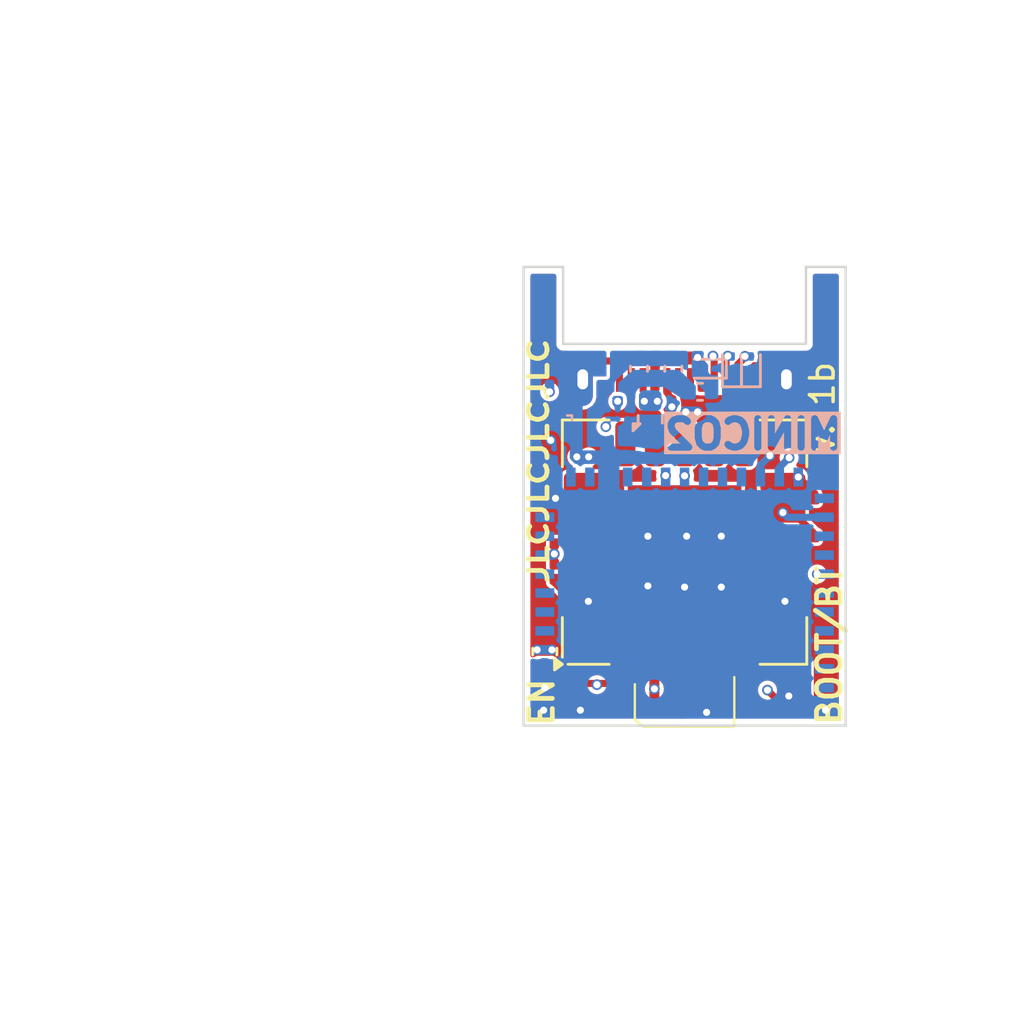
<source format=kicad_pcb>
(kicad_pcb (version 20240108) (generator "pcbnew") (generator_version "8.0")
  (layers (0 "F.Cu" signal) (1 "In1.Cu" signal) (2 "In2.Cu" signal) (31 "B.Cu" signal) (34 "B.Paste" user) (35 "F.Paste" user) (36 "B.SilkS" user "B.Silkscreen") (37 "F.SilkS" user "F.Silkscreen") (38 "B.Mask" user) (39 "F.Mask" user) (44 "Edge.Cuts" user))
  (net 0 "")
  (net 1 "GND")
  (net 2 "DIN")
  (net 3 "+3.3V")
  (net 4 "XOSC32K")
  (net 5 "D-")
  (net 6 "D+")
  (net 7 "SCL")
  (net 8 "SDA")
  (net 9 "VBUS")
  (net 10 "Net-(P1-CC)")
  (net 32 "EN")
  (net 33 "Net-(U2-SW)")
  (net 34 "Net-(U2-VIN)")
  (net 35 "BOOT_MODE")
  (footprint "miniCO2:Sensirion_SCD4x-1EP_10.1x10.1mm_P1.25mm_EP4.8x4.8mm" (layer "F.Cu") (at 141.4219 90.581262 90)
    (property "Reference" "U3" (hide yes))
    (property "Value" "SCD40-D-R2")
    (fp_line (start 5.16 -5.16) (end 5.16 -3.185) (stroke (width 0.12)) (layer "F.SilkS"))
    (fp_line (start 3.185 -5.16) (end 5.16 -5.16) (stroke (width 0.12)) (layer "F.SilkS"))
    (fp_line (start -3.185 -5.16) (end -4.86 -5.16) (stroke (width 0.12)) (layer "F.SilkS"))
    (fp_line (start -5.16 -3.185) (end -5.16 -4.92) (stroke (width 0.12)) (layer "F.SilkS"))
    (fp_line (start 5.16 5.16) (end 5.16 3.185) (stroke (width 0.12)) (layer "F.SilkS"))
    (fp_line (start 3.185 5.16) (end 5.16 5.16) (stroke (width 0.12)) (layer "F.SilkS"))
    (fp_line (start -3.185 5.16) (end -5.16 5.16) (stroke (width 0.12)) (layer "F.SilkS"))
    (fp_line (start -5.16 5.16) (end -5.16 3.185) (stroke (width 0.12)) (layer "F.SilkS"))
    (fp_poly (pts (xy -5.16 -5.16) (xy -5.4 -5.49) (xy -4.92 -5.49) (xy -5.16 -5.16)) (stroke (width 0.12)) (fill solid) (layer "F.SilkS"))
    (pad "1" smd roundrect (at -4.15 -2.5 90) (size 1.9 0.85) (layers "F.Cu" "F.Paste" "F.Mask"))
    (pad "2" smd roundrect (at -4.15 -1.25 90) (size 1.9 0.85) (layers "F.Cu" "F.Paste" "F.Mask"))
    (pad "3" smd roundrect (at -4.15 0 90) (size 1.9 0.85) (layers "F.Cu" "F.Paste" "F.Mask"))
    (pad "4" smd roundrect (at -4.15 1.25 90) (size 1.9 0.85) (layers "F.Cu" "F.Paste" "F.Mask"))
    (pad "5" smd roundrect (at -4.15 2.5 90) (size 1.9 0.85) (layers "F.Cu" "F.Paste" "F.Mask"))
    (pad "6" smd roundrect (at -2.5 4.15 90) (size 0.85 1.9) (layers "F.Cu" "F.Paste" "F.Mask") (net 1 "GND"))
    (pad "7" smd roundrect (at -1.25 4.15 90) (size 0.85 1.9) (layers "F.Cu" "F.Paste" "F.Mask") (net 3 "+3.3V"))
    (pad "8" smd roundrect (at 0 4.15 90) (size 0.85 1.9) (layers "F.Cu" "F.Paste" "F.Mask"))
    (pad "9" smd roundrect (at 1.25 4.15 90) (size 0.85 1.9) (layers "F.Cu" "F.Paste" "F.Mask") (net 7 "SCL"))
    (pad "10" smd roundrect (at 2.5 4.15 90) (size 0.85 1.9) (layers "F.Cu" "F.Paste" "F.Mask") (net 8 "SDA"))
    (pad "11" smd roundrect (at 4.15 2.5 90) (size 1.9 0.85) (layers "F.Cu" "F.Paste" "F.Mask"))
    (pad "12" smd roundrect (at 4.15 1.25 90) (size 1.9 0.85) (layers "F.Cu" "F.Paste" "F.Mask"))
    (pad "13" smd roundrect (at 4.15 0 90) (size 1.9 0.85) (layers "F.Cu" "F.Paste" "F.Mask"))
    (pad "14" smd roundrect (at 4.15 -1.25 90) (size 1.9 0.85) (layers "F.Cu" "F.Paste" "F.Mask"))
    (pad "15" smd roundrect (at 4.15 -2.5 90) (size 1.9 0.85) (layers "F.Cu" "F.Paste" "F.Mask"))
    (pad "16" smd roundrect (at 2.5 -4.15 90) (size 0.85 1.9) (layers "F.Cu" "F.Paste" "F.Mask"))
    (pad "17" smd roundrect (at 1.25 -4.15 90) (size 0.85 1.9) (layers "F.Cu" "F.Paste" "F.Mask"))
    (pad "18" smd roundrect (at 0 -4.15 90) (size 0.85 1.9) (layers "F.Cu" "F.Paste" "F.Mask"))
    (pad "19" smd roundrect (at -1.25 -4.15 90) (size 0.85 1.9) (layers "F.Cu" "F.Paste" "F.Mask") (net 3 "+3.3V"))
    (pad "20" smd roundrect (at -2.5 -4.15 90) (size 0.85 1.9) (layers "F.Cu" "F.Paste" "F.Mask") (net 1 "GND"))
    (pad "21" smd rect (at 0 0 90) (size 4.8 4.8) (property pad_prop_heatsink) (layers "F.Cu" "F.Mask") (net 1 "GND"))
  )
  (footprint "Resistor_SMD:R_0201_0603Metric" (layer "F.Cu") (at 146.9219 90.681262 -90)
    (property "Reference" "R7" (hide yes))
    (property "Value" "5.1k" (hide yes))
    (pad "1" smd roundrect (at -0.32 0 270) (size 0.46 0.4) (layers "F.Cu" "F.Mask") (net 7 "SCL"))
    (pad "2" smd roundrect (at 0.32 0 270) (size 0.46 0.4) (layers "F.Cu" "F.Mask") (net 3 "+3.3V"))
  )
  (footprint "Resistor_SMD:R_0201_0603Metric" (layer "F.Cu") (at 135.9219 90.331262 90)
    (property "Reference" "R1" (hide yes))
    (property "Value" "5.1k")
    (pad "1" smd roundrect (at -0.32 0 90) (size 0.46 0.4) (layers "F.Cu" "F.Mask") (net 32 "EN"))
    (pad "2" smd roundrect (at 0.32 0 90) (size 0.46 0.4) (layers "F.Cu" "F.Mask") (net 3 "+3.3V"))
  )
  (footprint "Capacitor_SMD:C_0201_0603Metric" (layer "F.Cu") (at 141.8719 96.041262)
    (property "Reference" "C7" (hide yes))
    (property "Value" "100nF")
    (pad "1" smd roundrect (at -0.32 0) (size 0.46 0.4) (layers "F.Cu" "F.Mask") (net 3 "+3.3V"))
    (pad "2" smd roundrect (at 0.32 0) (size 0.46 0.4) (layers "F.Cu" "F.Mask") (net 1 "GND"))
  )
  (footprint "Capacitor_SMD:C_0201_0603Metric" (layer "F.Cu") (at 135.9219 91.831262 90)
    (property "Reference" "C2" (hide yes))
    (property "Value" "2.2uF")
    (pad "1" smd roundrect (at -0.32 0 90) (size 0.46 0.4) (layers "F.Cu" "F.Mask") (net 1 "GND"))
    (pad "2" smd roundrect (at 0.32 0 90) (size 0.46 0.4) (layers "F.Cu" "F.Mask") (net 32 "EN"))
  )
  (footprint "miniCO2:LS75C2D-T" (layer "F.Cu") (at 145.1219 97.131262)
    (property "Reference" "SW2" (hide yes))
    (property "Value" "SW_Push")
    (pad "1" smd rect (at -1.31 -0.58) (size 0.48 0.57) (layers "F.Cu" "F.Paste" "F.Mask") (net 1 "GND"))
    (pad "1" smd rect (at 1.31 -0.58) (size 0.48 0.57) (layers "F.Cu" "F.Paste" "F.Mask") (net 1 "GND"))
    (pad "2" smd rect (at -1.31 0.58) (size 0.48 0.57) (layers "F.Cu" "F.Paste" "F.Mask") (net 35 "BOOT_MODE"))
    (pad "2" smd rect (at 1.31 0.58) (size 0.48 0.57) (layers "F.Cu" "F.Paste" "F.Mask") (net 35 "BOOT_MODE"))
  )
  (footprint "Resistor_SMD:R_0201_0603Metric" (layer "F.Cu") (at 146.9219 89.081262 -90)
    (property "Reference" "R6" (hide yes))
    (property "Value" "5.1k" (hide yes))
    (pad "1" smd roundrect (at -0.32 0 270) (size 0.46 0.4) (layers "F.Cu" "F.Mask") (net 8 "SDA"))
    (pad "2" smd roundrect (at 0.32 0 270) (size 0.46 0.4) (layers "F.Cu" "F.Mask") (net 3 "+3.3V"))
  )
  (footprint "miniCO2:WS2812C-4020" (layer "F.Cu") (at 141.4219 97.431262 180)
    (property "Reference" "D1" (hide yes))
    (property "Value" "WS2812C-4020")
    (fp_line (start 2.1 -0.65) (end 2.1 0.85) (stroke (width 0.1)) (layer "F.SilkS"))
    (fp_line (start 1.75 -0.95) (end 2.1 -0.65) (stroke (width 0.1)) (layer "F.SilkS"))
    (fp_line (start -2.1 1.15) (end -2.1 -0.95) (stroke (width 0.1)) (layer "F.SilkS"))
    (fp_line (start -2.1 -0.95) (end 1.75 -0.95) (stroke (width 0.1)) (layer "F.SilkS"))
    (pad "1" smd rect (at 1.275 0.55 180) (size 0.42 1.1) (layers "F.Cu" "F.Paste" "F.Mask") (net 2 "DIN"))
    (pad "2" smd rect (at 0.425 0.55 180) (size 0.42 1.1) (layers "F.Cu" "F.Paste" "F.Mask") (net 3 "+3.3V"))
    (pad "3" smd rect (at -0.425 0.5 180) (size 0.42 1) (layers "F.Cu" "F.Paste" "F.Mask"))
    (pad "4" smd rect (at -1.275 0.55 180) (size 0.42 1.1) (layers "F.Cu" "F.Paste" "F.Mask") (net 1 "GND"))
  )
  (footprint "miniCO2:U261-121N-4BS2S" (layer "F.Cu") (at 141.4219 83.731262 180)
    (property "Reference" "P1" (hide yes))
    (property "Value" "USB_C_Plug_USB2.0")
    (pad "A1" smd rect (at 2.75 0 180) (size 0.3 1) (layers "F.Cu" "F.Paste" "F.Mask") (net 1 "GND"))
    (pad "A2" smd rect (at 2.25 0 180) (size 0.3 1) (layers "F.Cu" "F.Paste" "F.Mask"))
    (pad "A3" smd rect (at 1.75 0 180) (size 0.3 1) (layers "F.Cu" "F.Paste" "F.Mask"))
    (pad "A4" smd rect (at 1.25 0 180) (size 0.3 1) (layers "F.Cu" "F.Paste" "F.Mask") (net 9 "VBUS"))
    (pad "A5" smd rect (at -1.25 0 180) (size 0.3 1) (layers "F.Cu" "F.Paste" "F.Mask") (net 10 "Net-(P1-CC)"))
    (pad "A6" smd rect (at -1.75 0 180) (size 0.3 1) (layers "F.Cu" "F.Paste" "F.Mask") (net 6 "D+"))
    (pad "A7" smd rect (at -2.25 0 180) (size 0.3 1) (layers "F.Cu" "F.Paste" "F.Mask") (net 5 "D-"))
    (pad "A12" smd rect (at -2.75 0 180) (size 0.3 1) (layers "F.Cu" "F.Paste" "F.Mask") (net 1 "GND"))
    (pad "B9" smd rect (at -0.75 0 180) (size 0.3 1) (layers "F.Cu" "F.Paste" "F.Mask") (net 9 "VBUS"))
    (pad "B10" smd rect (at -0.25 0 180) (size 0.3 1) (layers "F.Cu" "F.Paste" "F.Mask"))
    (pad "B11" smd rect (at 0.25 0 180) (size 0.3 1) (layers "F.Cu" "F.Paste" "F.Mask"))
    (pad "B12" smd rect (at 0.75 0 180) (size 0.3 1) (layers "F.Cu" "F.Paste" "F.Mask") (net 1 "GND"))
    (pad "S1" thru_hole custom (at -4.3 0.025 180) (size 0.85 0.85) (drill oval 0.45 1.8) (layers "*.Cu" "*.Mask") (net 1 "GND") (options (clearance outline) (anchor circle)) (primitives (gr_poly (pts (xy 0.421364 0.755474) (xy 0.392649 0.86264) (xy 0.337175 0.958724) (xy 0.258724 1.037175) (xy 0.16264 1.075) (xy 0.055474 1.071364) (xy -0.055474 1.071364) (xy -0.175 1.075) (xy -0.258724 1.037175) (xy -0.337175 0.958724) (xy -0.392649 0.86264) (xy -0.421364 0.755474) (xy -0.425 0.7) (xy -0.425 -0.7) (xy -0.421364 -0.755474) (xy -0.392649 -0.86264) (xy -0.337175 -0.958724) (xy -0.258724 -1.037175) (xy -0.16264 -1.092649) (xy -0.055474 -1.121364) (xy 0.055474 -1.121364) (xy 0.16264 -1.092649) (xy 0.258724 -1.037175) (xy 0.337175 -0.958724) (xy 0.392649 -0.86264) (xy 0.421364 -0.755474) (xy 0.425 -0.7) (xy 0.425 0.7)) (width 0) (fill yes)) (gr_rect (start -0.425 0.125) (end 1 1.075) (width 0) (fill yes))))
    (pad "S1" thru_hole custom (at 4.3 0.025 180) (size 0.85 0.85) (drill oval 0.45 1.8) (layers "*.Cu" "*.Mask") (net 1 "GND") (options (clearance outline) (anchor circle)) (primitives (gr_rect (start -1 0.125) (end 0.425 1.075) (width 0) (fill yes)) (gr_poly (pts (xy 0.421364 0.755474) (xy 0.392649 0.86264) (xy 0.337175 0.958724) (xy 0.258724 1.037175) (xy 0.16264 1.075) (xy 0.055474 1.071364) (xy -0.055474 1.071364) (xy -0.16264 1.075) (xy -0.258724 1.037175) (xy -0.337175 0.958724) (xy -0.392649 0.86264) (xy -0.421364 0.755474) (xy -0.425 0.7) (xy -0.425 -0.7) (xy -0.421364 -0.755474) (xy -0.392649 -0.86264) (xy -0.337175 -0.958724) (xy -0.258724 -1.037175) (xy -0.16264 -1.092649) (xy -0.055474 -1.121364) (xy 0.055474 -1.121364) (xy 0.16264 -1.092649) (xy 0.258724 -1.037175) (xy 0.337175 -0.958724) (xy 0.392649 -0.86264) (xy 0.421364 -0.755474) (xy 0.425 -0.7) (xy 0.425 0.7)) (width 0) (fill yes))))
  )
  (footprint "miniCO2:LS75C2D-T" (layer "F.Cu") (at 137.7219 97.131262 180)
    (property "Reference" "SW1" (hide yes))
    (property "Value" "SW_Push")
    (pad "1" smd rect (at -1.31 -0.58 180) (size 0.48 0.57) (layers "F.Cu" "F.Paste" "F.Mask") (net 1 "GND"))
    (pad "1" smd rect (at 1.31 -0.58 180) (size 0.48 0.57) (layers "F.Cu" "F.Paste" "F.Mask") (net 1 "GND"))
    (pad "2" smd rect (at -1.31 0.58 180) (size 0.48 0.57) (layers "F.Cu" "F.Paste" "F.Mask") (net 32 "EN"))
    (pad "2" smd rect (at 1.31 0.58 180) (size 0.48 0.57) (layers "F.Cu" "F.Paste" "F.Mask") (net 32 "EN"))
  )
  (footprint "Capacitor_SMD:C_0603_1608Metric" (layer "F.Cu") (at 135.5219 95.206262 90)
    (property "Reference" "C4" (hide yes))
    (property "Value" "10uF")
    (fp_line (start -0.14058 -0.51) (end 0.14058 -0.51) (stroke (width 0.12)) (layer "F.SilkS"))
    (fp_line (start -0.14058 0.51) (end 0.14058 0.51) (stroke (width 0.12)) (layer "F.SilkS"))
    (pad "1" smd roundrect (at -0.775 0 90) (size 0.9 0.95) (layers "F.Cu" "F.Paste" "F.Mask") (net 1 "GND"))
    (pad "2" smd roundrect (at 0.775 0 90) (size 0.9 0.95) (layers "F.Cu" "F.Paste" "F.Mask") (net 3 "+3.3V"))
  )
  (footprint "Capacitor_SMD:C_0201_0603Metric" (layer "B.Cu") (at 138.5219 86.331262)
    (property "Reference" "C1" (hide yes))
    (property "Value" "2.2uF")
    (pad "1" smd roundrect (at -0.32 0) (size 0.46 0.4) (layers "B.Cu" "B.Mask") (net 1 "GND"))
    (pad "2" smd roundrect (at 0.32 0) (size 0.46 0.4) (layers "B.Cu" "B.Mask") (net 3 "+3.3V"))
  )
  (footprint "Capacitor_SMD:C_0402_1005Metric" (layer "B.Cu") (at 139.4969 83.256262 -90)
    (property "Reference" "C8" (hide yes))
    (property "Value" "22uF")
    (fp_line (start 0.107836 0.36) (end -0.107836 0.36) (stroke (width 0.12)) (layer "B.SilkS"))
    (fp_line (start 0.107836 -0.36) (end -0.107836 -0.36) (stroke (width 0.12)) (layer "B.SilkS"))
    (pad "1" smd roundrect (at -0.48 0 270) (size 0.56 0.62) (layers "B.Cu" "B.Paste" "B.Mask") (net 1 "GND"))
    (pad "2" smd roundrect (at 0.48 0 270) (size 0.56 0.62) (layers "B.Cu" "B.Paste" "B.Mask") (net 34 "Net-(U2-VIN)"))
  )
  (footprint "Diode_SMD:D_SOD-923" (layer "B.Cu") (at 142.3269 83.256262 180)
    (property "Reference" "D4" (hide yes))
    (property "Value" "ESD9B5.0ST5G")
    (fp_line (start -0.86 0.4) (end 0.5 0.4) (stroke (width 0.12)) (layer "B.SilkS"))
    (fp_line (start -0.86 -0.4) (end 0.5 -0.4) (stroke (width 0.12)) (layer "B.SilkS"))
    (fp_line (start -0.86 -0.4) (end -0.86 0.4) (stroke (width 0.12)) (layer "B.SilkS"))
    (pad "1" smd roundrect (at -0.42 0) (size 0.36 0.25) (layers "B.Cu" "B.Paste" "B.Mask") (net 1 "GND"))
    (pad "2" smd roundrect (at 0.42 0) (size 0.36 0.25) (layers "B.Cu" "B.Paste" "B.Mask") (net 9 "VBUS"))
  )
  (footprint "Capacitor_SMD:C_0402_1005Metric" (layer "B.Cu") (at 140.9469 83.256262 -90)
    (property "Reference" "C5" (hide yes))
    (property "Value" "22uF")
    (fp_line (start 0.107836 0.36) (end -0.107836 0.36) (stroke (width 0.12)) (layer "B.SilkS"))
    (fp_line (start 0.107836 -0.36) (end -0.107836 -0.36) (stroke (width 0.12)) (layer "B.SilkS"))
    (pad "1" smd roundrect (at -0.48 0 270) (size 0.56 0.62) (layers "B.Cu" "B.Paste" "B.Mask") (net 1 "GND"))
    (pad "2" smd roundrect (at 0.48 0 270) (size 0.56 0.62) (layers "B.Cu" "B.Paste" "B.Mask") (net 34 "Net-(U2-VIN)"))
  )
  (footprint "Capacitor_SMD:C_0402_1005Metric" (layer "B.Cu") (at 140.2219 83.256262 -90)
    (property "Reference" "C6" (hide yes))
    (property "Value" "22uF")
    (fp_line (start 0.107836 0.36) (end -0.107836 0.36) (stroke (width 0.12)) (layer "B.SilkS"))
    (fp_line (start 0.107836 -0.36) (end -0.107836 -0.36) (stroke (width 0.12)) (layer "B.SilkS"))
    (pad "1" smd roundrect (at -0.48 0 270) (size 0.56 0.62) (layers "B.Cu" "B.Paste" "B.Mask") (net 1 "GND"))
    (pad "2" smd roundrect (at 0.48 0 270) (size 0.56 0.62) (layers "B.Cu" "B.Paste" "B.Mask") (net 34 "Net-(U2-VIN)"))
  )
  (footprint "Capacitor_SMD:C_0201_0603Metric" (layer "B.Cu") (at 138.5219 84.031262)
    (property "Reference" "C3" (hide yes))
    (property "Value" "2.2uF")
    (pad "1" smd roundrect (at -0.32 0) (size 0.46 0.4) (layers "B.Cu" "B.Mask") (net 1 "GND"))
    (pad "2" smd roundrect (at 0.32 0) (size 0.46 0.4) (layers "B.Cu" "B.Mask") (net 34 "Net-(U2-VIN)"))
  )
  (footprint "Package_BGA:Texas_DSBGA-6_0.95x1.488mm_Layout2x3_P0.4mm" (layer "B.Cu") (at 138.5969 85.181262 90)
    (property "Reference" "U2" (hide yes))
    (property "Value" "LM3281")
    (fp_poly (pts (xy -0.4 0.65) (xy -0.7 0.65) (xy -0.4 0.95) (xy -0.4 0.65)) (stroke (width 0.12)) (fill solid) (layer "B.SilkS"))
    (pad "A1" smd circle (at -0.2 0.4 90) (size 0.25 0.25) (property pad_prop_bga) (layers "B.Cu" "B.Paste" "B.Mask") (net 3 "+3.3V"))
    (pad "A2" smd circle (at 0.2 0.4 90) (size 0.25 0.25) (property pad_prop_bga) (layers "B.Cu" "B.Paste" "B.Mask") (net 34 "Net-(U2-VIN)"))
    (pad "B1" smd circle (at -0.2 0 90) (size 0.25 0.25) (property pad_prop_bga) (layers "B.Cu" "B.Paste" "B.Mask") (net 9 "VBUS"))
    (pad "B2" smd circle (at 0.2 0 90) (size 0.25 0.25) (property pad_prop_bga) (layers "B.Cu" "B.Paste" "B.Mask") (net 33 "Net-(U2-SW)"))
    (pad "C1" smd circle (at -0.2 -0.4 90) (size 0.25 0.25) (property pad_prop_bga) (layers "B.Cu" "B.Paste" "B.Mask") (net 9 "VBUS"))
    (pad "C2" smd circle (at 0.2 -0.4 90) (size 0.25 0.25) (property pad_prop_bga) (layers "B.Cu" "B.Paste" "B.Mask") (net 1 "GND"))
  )
  (footprint "miniCO2:SiT1552CSP_0.84x1.54" (layer "B.Cu") (at 136.1169 86.131262 180)
    (property "Reference" "U4" (hide yes))
    (property "Value" "SIT1552AI-JE-DCC-32.768D")
    (fp_line (start -0.35 0.9) (end -0.55 0.9) (stroke (width 0.1)) (layer "B.SilkS"))
    (fp_line (start -0.5 0.9) (end -0.35 0.9) (stroke (width 0.1)) (layer "B.SilkS"))
    (fp_line (start -0.55 0.7) (end -0.55 0.9) (stroke (width 0.1)) (layer "B.SilkS"))
    (pad "1" smd circle (at -0.205 0.5 180) (size 0.25 0.25) (layers "B.Cu" "B.Paste" "B.Mask") (net 1 "GND"))
    (pad "2" smd circle (at -0.205 -0.5 180) (size 0.25 0.25) (layers "B.Cu" "B.Paste" "B.Mask") (net 4 "XOSC32K"))
    (pad "3" smd circle (at 0.205 -0.5 180) (size 0.25 0.25) (layers "B.Cu" "B.Paste" "B.Mask") (net 3 "+3.3V"))
    (pad "4" smd circle (at 0.205 0.5 180) (size 0.25 0.25) (layers "B.Cu" "B.Paste" "B.Mask") (net 1 "GND"))
  )
  (footprint "Inductor_SMD:L_0603_1608Metric" (layer "B.Cu") (at 139.9719 85.393762 -90)
    (property "Reference" "L1" (hide yes))
    (property "Value" "0.47uH")
    (fp_line (start 0.162779 0.51) (end -0.162779 0.51) (stroke (width 0.12)) (layer "B.SilkS"))
    (fp_line (start 0.162779 -0.51) (end -0.162779 -0.51) (stroke (width 0.12)) (layer "B.SilkS"))
    (pad "1" smd roundrect (at -0.7875 0 270) (size 0.875 0.95) (layers "B.Cu" "B.Paste" "B.Mask") (net 33 "Net-(U2-SW)"))
    (pad "2" smd roundrect (at 0.7875 0 270) (size 0.875 0.95) (layers "B.Cu" "B.Paste" "B.Mask") (net 3 "+3.3V"))
  )
  (footprint "Resistor_SMD:R_0201_0603Metric" (layer "B.Cu") (at 135.7219 83.631262 -90)
    (property "Reference" "R4" (hide yes))
    (property "Value" "5.1k")
    (pad "1" smd roundrect (at -0.32 0 270) (size 0.46 0.4) (layers "B.Cu" "B.Mask") (net 1 "GND"))
    (pad "2" smd roundrect (at 0.32 0 270) (size 0.46 0.4) (layers "B.Cu" "B.Mask") (net 10 "Net-(P1-CC)"))
  )
  (footprint "Diode_SMD:D_SOD-923" (layer "B.Cu") (at 143.4219 83.158762 90)
    (property "Reference" "D3" (hide yes))
    (property "Value" "ESD9B3.3ST5G" (hide yes))
    (fp_line (start -0.86 -0.4) (end 0.5 -0.4) (stroke (width 0.12)) (layer "B.SilkS"))
    (fp_line (start -0.86 -0.4) (end -0.86 0.4) (stroke (width 0.12)) (layer "B.SilkS"))
    (fp_line (start -0.86 0.4) (end 0.5 0.4) (stroke (width 0.12)) (layer "B.SilkS"))
    (pad "1" smd roundrect (at -0.42 0 270) (size 0.36 0.25) (layers "B.Cu" "B.Paste" "B.Mask") (net 1 "GND"))
    (pad "2" smd roundrect (at 0.42 0 270) (size 0.36 0.25) (layers "B.Cu" "B.Paste" "B.Mask") (net 6 "D+"))
  )
  (footprint "Capacitor_SMD:C_0402_1005Metric" (layer "B.Cu") (at 142.0719 84.231262 180)
    (property "Reference" "F1" (hide yes))
    (property "Value" "BSMD0402L-075")
    (fp_line (start 0.107836 0.36) (end -0.107836 0.36) (stroke (width 0.12)) (layer "B.SilkS"))
    (fp_line (start 0.107836 -0.36) (end -0.107836 -0.36) (stroke (width 0.12)) (layer "B.SilkS"))
    (pad "1" smd roundrect (at -0.48 0 180) (size 0.56 0.62) (layers "B.Cu" "B.Paste" "B.Mask") (net 9 "VBUS"))
    (pad "2" smd roundrect (at 0.48 0 180) (size 0.56 0.62) (layers "B.Cu" "B.Paste" "B.Mask") (net 34 "Net-(U2-VIN)"))
  )
  (footprint "PCM_Espressif:ESP32-C6-MINI-1" (layer "B.Cu") (at 141.4219 95.431262)
    (property "Reference" "U1" (hide yes))
    (property "Value" "ESP32-C6-MINI-1/U" (hide yes))
    (pad "1" smd rect (at -5.9 1.3 270) (size 0.4 0.8) (layers "B.Cu" "B.Paste" "B.Mask") (net 1 "GND"))
    (pad "2" smd rect (at -5.9 0.5 270) (size 0.4 0.8) (layers "B.Cu" "B.Paste" "B.Mask") (net 1 "GND"))
    (pad "3" smd rect (at -5.9 -0.3 270) (size 0.4 0.8) (layers "B.Cu" "B.Paste" "B.Mask") (net 3 "+3.3V"))
    (pad "4" smd rect (at -5.9 -1.1 270) (size 0.4 0.8) (layers "B.Cu" "B.Paste" "B.Mask"))
    (pad "5" smd rect (at -5.9 -1.9 270) (size 0.4 0.8) (layers "B.Cu" "B.Paste" "B.Mask"))
    (pad "6" smd rect (at -5.9 -2.7 270) (size 0.4 0.8) (layers "B.Cu" "B.Paste" "B.Mask"))
    (pad "7" smd rect (at -5.9 -3.5 270) (size 0.4 0.8) (layers "B.Cu" "B.Paste" "B.Mask"))
    (pad "8" smd rect (at -5.9 -4.3 270) (size 0.4 0.8) (layers "B.Cu" "B.Paste" "B.Mask") (net 32 "EN"))
    (pad "9" smd rect (at -5.9 -5.1 270) (size 0.4 0.8) (layers "B.Cu" "B.Paste" "B.Mask"))
    (pad "10" smd rect (at -5.9 -5.9 270) (size 0.4 0.8) (layers "B.Cu" "B.Paste" "B.Mask"))
    (pad "11" smd rect (at -5.9 -6.7 270) (size 0.4 0.8) (layers "B.Cu" "B.Paste" "B.Mask") (net 1 "GND"))
    (pad "12" smd rect (at -4.8 -7.6) (size 0.4 0.8) (layers "B.Cu" "B.Paste" "B.Mask") (net 4 "XOSC32K"))
    (pad "13" smd rect (at -4 -7.6) (size 0.4 0.8) (layers "B.Cu" "B.Paste" "B.Mask"))
    (pad "14" smd rect (at -3.2 -7.6) (size 0.4 0.8) (layers "B.Cu" "B.Paste" "B.Mask") (net 1 "GND"))
    (pad "15" smd rect (at -2.4 -7.6) (size 0.4 0.8) (layers "B.Cu" "B.Paste" "B.Mask"))
    (pad "16" smd rect (at -1.6 -7.6) (size 0.4 0.8) (layers "B.Cu" "B.Paste" "B.Mask"))
    (pad "17" smd rect (at -0.8 -7.6) (size 0.4 0.8) (layers "B.Cu" "B.Paste" "B.Mask") (net 5 "D-"))
    (pad "18" smd rect (at 0 -7.6) (size 0.4 0.8) (layers "B.Cu" "B.Paste" "B.Mask") (net 6 "D+"))
    (pad "19" smd rect (at 0.8 -7.6) (size 0.4 0.8) (layers "B.Cu" "B.Paste" "B.Mask"))
    (pad "20" smd rect (at 1.6 -7.6) (size 0.4 0.8) (layers "B.Cu" "B.Paste" "B.Mask"))
    (pad "21" smd rect (at 2.4 -7.6) (size 0.4 0.8) (layers "B.Cu" "B.Paste" "B.Mask"))
    (pad "22" smd rect (at 3.2 -7.6) (size 0.4 0.8) (layers "B.Cu" "B.Paste" "B.Mask") (net 3 "+3.3V"))
    (pad "23" smd rect (at 4 -7.6) (size 0.4 0.8) (layers "B.Cu" "B.Paste" "B.Mask") (net 35 "BOOT_MODE"))
    (pad "24" smd rect (at 4.8 -7.6) (size 0.4 0.8) (layers "B.Cu" "B.Paste" "B.Mask") (net 8 "SDA"))
    (pad "25" smd rect (at 5.9 -6.7 270) (size 0.4 0.8) (layers "B.Cu" "B.Paste" "B.Mask"))
    (pad "26" smd rect (at 5.9 -5.9 270) (size 0.4 0.8) (layers "B.Cu" "B.Paste" "B.Mask") (net 7 "SCL"))
    (pad "27" smd rect (at 5.9 -5.1 270) (size 0.4 0.8) (layers "B.Cu" "B.Paste" "B.Mask"))
    (pad "28" smd rect (at 5.9 -4.3 270) (size 0.4 0.8) (layers "B.Cu" "B.Paste" "B.Mask"))
    (pad "29" smd rect (at 5.9 -3.5 270) (size 0.4 0.8) (layers "B.Cu" "B.Paste" "B.Mask") (net 2 "DIN"))
    (pad "30" smd rect (at 5.9 -2.7 270) (size 0.4 0.8) (layers "B.Cu" "B.Paste" "B.Mask"))
    (pad "31" smd rect (at 5.9 -1.9 270) (size 0.4 0.8) (layers "B.Cu" "B.Paste" "B.Mask"))
    (pad "32" smd rect (at 5.9 -1.1 270) (size 0.4 0.8) (layers "B.Cu" "B.Paste" "B.Mask"))
    (pad "33" smd rect (at 5.9 -0.3 270) (size 0.4 0.8) (layers "B.Cu" "B.Paste" "B.Mask"))
    (pad "34" smd rect (at 5.9 0.5 270) (size 0.4 0.8) (layers "B.Cu" "B.Paste" "B.Mask"))
    (pad "35" smd rect (at 5.9 1.3 270) (size 0.4 0.8) (layers "B.Cu" "B.Paste" "B.Mask"))
    (pad "36" smd rect (at 4.8 2.2) (size 0.4 0.8) (layers "B.Cu" "B.Paste" "B.Mask") (net 1 "GND"))
    (pad "37" smd rect (at 4 2.2) (size 0.4 0.8) (layers "B.Cu" "B.Paste" "B.Mask") (net 1 "GND"))
    (pad "38" smd rect (at 3.2 2.2) (size 0.4 0.8) (layers "B.Cu" "B.Paste" "B.Mask") (net 1 "GND"))
    (pad "39" smd rect (at 2.4 2.2) (size 0.4 0.8) (layers "B.Cu" "B.Paste" "B.Mask") (net 1 "GND"))
    (pad "40" smd rect (at 1.6 2.2) (size 0.4 0.8) (layers "B.Cu" "B.Paste" "B.Mask") (net 1 "GND"))
    (pad "41" smd rect (at 0.8 2.2) (size 0.4 0.8) (layers "B.Cu" "B.Paste" "B.Mask") (net 1 "GND"))
    (pad "42" smd rect (at 0 2.2) (size 0.4 0.8) (layers "B.Cu" "B.Paste" "B.Mask") (net 1 "GND"))
    (pad "43" smd rect (at -0.8 2.2) (size 0.4 0.8) (layers "B.Cu" "B.Paste" "B.Mask") (net 1 "GND"))
    (pad "44" smd rect (at -1.6 2.2) (size 0.4 0.8) (layers "B.Cu" "B.Paste" "B.Mask") (net 1 "GND"))
    (pad "45" smd rect (at -2.4 2.2) (size 0.4 0.8) (layers "B.Cu" "B.Paste" "B.Mask") (net 1 "GND"))
    (pad "46" smd rect (at -3.2 2.2) (size 0.4 0.8) (layers "B.Cu" "B.Paste" "B.Mask") (net 1 "GND"))
    (pad "47" smd rect (at -4 2.2) (size 0.4 0.8) (layers "B.Cu" "B.Paste" "B.Mask") (net 1 "GND"))
    (pad "48" smd rect (at -4.8 2.2) (size 0.4 0.8) (layers "B.Cu" "B.Paste" "B.Mask") (net 1 "GND"))
    (pad "49" smd rect (at -1.975 -4.675 270) (size 1.45 1.45) (layers "B.Cu" "B.Paste" "B.Mask") (net 1 "GND"))
    (pad "49" smd rect (at -1.975 -2.7 270) (size 1.45 1.45) (layers "B.Cu" "B.Paste" "B.Mask") (net 1 "GND"))
    (pad "49" smd custom (at -1.975 -0.725) (size 0.8 0.8) (layers "B.Cu" "B.Paste" "B.Mask") (net 1 "GND") (options (clearance outline) (anchor rect)) (primitives (gr_poly (pts (xy 0.725 -0.725) (xy -0.725 -0.725) (xy -0.725 0.125) (xy -0.125 0.725) (xy 0.725 0.725)) (width 0) (fill yes))))
    (pad "49" smd rect (at 0 -4.675 270) (size 1.45 1.45) (layers "B.Cu" "B.Paste" "B.Mask") (net 1 "GND"))
    (pad "49" smd rect (at 0 -2.7 270) (size 1.45 1.45) (layers "B.Cu" "B.Paste" "B.Mask") (net 1 "GND"))
    (pad "49" smd rect (at 0 -0.725 270) (size 1.45 1.45) (layers "B.Cu" "B.Paste" "B.Mask") (net 1 "GND"))
    (pad "49" smd rect (at 1.975 -4.675 270) (size 1.45 1.45) (layers "B.Cu" "B.Paste" "B.Mask") (net 1 "GND"))
    (pad "49" smd rect (at 1.975 -2.7 270) (size 1.45 1.45) (layers "B.Cu" "B.Paste" "B.Mask") (net 1 "GND"))
    (pad "49" smd rect (at 1.975 -0.725 270) (size 1.45 1.45) (layers "B.Cu" "B.Paste" "B.Mask") (net 1 "GND"))
    (pad "50" smd rect (at 5.95 2.25 270) (size 0.7 0.7) (layers "B.Cu" "B.Paste" "B.Mask") (net 1 "GND"))
    (pad "51" smd rect (at 5.95 -7.65 270) (size 0.7 0.7) (layers "B.Cu" "B.Paste" "B.Mask") (net 1 "GND"))
    (pad "52" smd rect (at -5.95 -7.65 270) (size 0.7 0.7) (layers "B.Cu" "B.Paste" "B.Mask") (net 1 "GND"))
    (pad "53" smd rect (at -5.95 2.25 270) (size 0.7 0.7) (layers "B.Cu" "B.Paste" "B.Mask") (net 1 "GND"))
    (zone (net 0) (net_name "") (layers "*.Cu") (name "antenna keepout") (connect_pads (clearance 0)) (min_thickness 0.254)
      (keepout (tracks not_allowed) (vias not_allowed) (pads not_allowed) (copperpour not_allowed) (footprints not_allowed))
      (fill (thermal_gap 0.508) (thermal_bridge_width 0.508))
      (polygon (pts (xy 148.0219 98.331262) (xy 134.8219 98.331262) (xy 134.8219 103.731262) (xy 148.0219 103.731262)))
    )
  )
  (footprint "Diode_SMD:D_SOD-923" (layer "B.Cu") (at 144.2219 83.158762 90)
    (property "Reference" "D2" (hide yes))
    (property "Value" "ESD9B3.3ST5G" (hide yes))
    (fp_line (start -0.86 -0.4) (end 0.5 -0.4) (stroke (width 0.12)) (layer "B.SilkS"))
    (fp_line (start -0.86 -0.4) (end -0.86 0.4) (stroke (width 0.12)) (layer "B.SilkS"))
    (fp_line (start -0.86 0.4) (end 0.5 0.4) (stroke (width 0.12)) (layer "B.SilkS"))
    (pad "1" smd roundrect (at -0.42 0 270) (size 0.36 0.25) (layers "B.Cu" "B.Paste" "B.Mask") (net 1 "GND"))
    (pad "2" smd roundrect (at 0.42 0 270) (size 0.36 0.25) (layers "B.Cu" "B.Paste" "B.Mask") (net 5 "D-"))
  )
  (gr_line (start 136.2969 78.956262) (end 134.6219 78.956262) (stroke (width 0.1)) (layer "Edge.Cuts"))
  (gr_line (start 134.6219 98.331262) (end 148.2219 98.331262) (stroke (width 0.1)) (layer "Edge.Cuts"))
  (gr_line (start 148.2219 78.956262) (end 148.2219 98.331262) (stroke (width 0.1)) (layer "Edge.Cuts"))
  (gr_line (start 134.6219 78.956262) (end 134.6219 98.331262) (stroke (width 0.1)) (layer "Edge.Cuts"))
  (gr_line (start 146.5469 78.956262) (end 148.2219 78.956262) (stroke (width 0.1)) (layer "Edge.Cuts"))
  (gr_line (start 136.2969 82.206262) (end 136.2969 78.956262) (stroke (width 0.1)) (layer "Edge.Cuts"))
  (gr_line (start 146.5469 82.206262) (end 146.5469 78.956262) (stroke (width 0.1)) (layer "Edge.Cuts"))
  (gr_line (start 136.2969 82.206262) (end 146.5469 82.206262) (stroke (width 0.1)) (layer "Edge.Cuts"))
  (gr_text "MINICO2" (at 148.1969 86.731262 0) (layer "B.SilkS" knockout) (effects (font (size 1.2 1.2) (thickness 0.3) (bold yes)) (justify left bottom mirror)))
  (gr_text "EN" (at 135.9719 98.456262 90) (layer "F.SilkS") (effects (font (size 1 1) (thickness 0.2) (bold yes)) (justify left bottom)))
  (gr_text "v. 1b" (at 147.8219 86.931262 90) (layer "F.SilkS") (effects (font (size 1 1)) (justify left bottom)))
  (gr_text "JLCJLCJLCJLC" (at 135.7219 92.431262 90) (layer "F.SilkS") (effects (font (size 0.8 1) (thickness 0.2) (bold yes)) (justify left bottom)))
  (gr_text "BOOT/BT" (at 148.1219 98.406262 90) (layer "F.SilkS") (effects (font (size 1 1) (thickness 0.2) (bold yes)) (justify left bottom)))
  (segment (start 145.6594 92.831262) (end 145.6594 93.081262) (width 0.3) (layer "F.Cu") (net 1))
  (segment (start 136.721901 93.081262) (end 137.3594 93.081262) (width 0.3) (layer "F.Cu") (net 1))
  (segment (start 144.1719 83.731262) (end 144.1719 83.331262) (width 0.3) (layer "F.Cu") (net 1))
  (segment (start 135.9219 92.281261) (end 136.721901 93.081262) (width 0.3) (layer "F.Cu") (net 1))
  (segment (start 138.6219 82.931262) (end 137.8969 82.931262) (width 0.3) (layer "F.Cu") (net 1))
  (segment (start 135.5219 96.821262) (end 136.4119 97.711262) (width 0.3) (layer "F.Cu") (net 1))
  (segment (start 138.6719 82.981262) (end 138.6219 82.931262) (width 0.3) (layer "F.Cu") (net 1))
  (segment (start 145.1469 83.131262) (end 145.7219 83.706262) (width 0.3) (layer "F.Cu") (net 1))
  (segment (start 136.4119 97.711262) (end 139.0319 97.711262) (width 0.3) (layer "F.Cu") (net 1))
  (segment (start 136.0219 88.781262) (end 135.9719 88.731262) (width 0.3) (layer "F.Cu") (net 1))
  (segment (start 144.1719 83.331262) (end 144.3719 83.131262) (width 0.3) (layer "F.Cu") (net 1))
  (segment (start 144.1719 83.731262) (end 144.1719 83.881262) (width 0.3) (layer "F.Cu") (net 1))
  (segment (start 137.8969 82.931262) (end 137.1219 83.706262) (width 0.3) (layer "F.Cu") (net 1))
  (segment (start 135.9219 92.151262) (end 135.9219 92.281261) (width 0.3) (layer "F.Cu") (net 1))
  (segment (start 137.1469 83.731262) (end 137.1219 83.706262) (width 0.2) (layer "F.Cu") (net 1))
  (segment (start 138.6719 83.731262) (end 138.6719 82.981262) (width 0.3) (layer "F.Cu") (net 1))
  (segment (start 144.3719 83.131262) (end 145.1469 83.131262) (width 0.3) (layer "F.Cu") (net 1))
  (via (at 147.3719 97.681262) (size 0.45) (drill 0.3) (layers "F.Cu" "B.Cu") (net 1))
  (via (at 137.3719 86.981262) (size 0.45) (drill 0.3) (layers "F.Cu" "B.Cu") (net 1))
  (via (at 135.5219 96.731262) (size 0.45) (drill 0.3) (layers "F.Cu" "B.Cu") (net 1))
  (via (at 142.9719 92.481262) (size 0.45) (drill 0.3) (layers "F.Cu" "B.Cu") (net 1))
  (via (at 142.9719 90.331262) (size 0.45) (drill 0.3) (layers "F.Cu" "B.Cu") (net 1))
  (via (at 135.4719 97.681262) (size 0.45) (drill 0.3) (layers "F.Cu" "B.Cu") (net 1))
  (via (at 140.884526 84.867672) (size 0.45) (drill 0.3) (layers "F.Cu" "B.Cu") (net 1))
  (via (at 145.8219 97.081262) (size 0.45) (drill 0.3) (layers "F.Cu" "B.Cu") (net 1))
  (via (at 139.8719 90.331262) (size 0.45) (drill 0.3) (layers "F.Cu" "B.Cu") (net 1))
  (via (at 139.8719 92.431262) (size 0.45) (drill 0.3) (layers "F.Cu" "B.Cu") (net 1))
  (via (at 141.4219 92.481262) (size 0.45) (drill 0.3) (layers "F.Cu" "B.Cu") (net 1))
  (via (at 137.0219 97.681262) (size 0.45) (drill 0.3) (layers "F.Cu" "B.Cu") (net 1))
  (via (at 135.9719 88.731262) (size 0.45) (drill 0.3) (layers "F.Cu" "B.Cu") (net 1))
  (via (at 137.3594 93.081262) (size 0.45) (drill 0.3) (layers "F.Cu" "B.Cu") (net 1))
  (via (at 141.5094 90.331262) (size 0.45) (drill 0.3) (layers "F.Cu" "B.Cu") (net 1))
  (via (at 145.6594 93.081262) (size 0.45) (drill 0.3) (layers "F.Cu" "B.Cu") (net 1))
  (via (at 136.8719 86.981262) (size 0.45) (drill 0.3) (layers "F.Cu" "B.Cu") (net 1))
  (via (at 142.3519 97.771262) (size 0.45) (drill 0.3) (layers "F.Cu" "B.Cu") (net 1))
  (via (at 140.1469 96.781262) (size 0.45) (drill 0.3) (layers "F.Cu" "B.Cu") (net 2))
  (via (at 147.0219 91.931262) (size 0.45) (drill 0.3) (layers "F.Cu" "B.Cu") (net 2))
  (segment (start 147.3219 91.931262) (end 147.0219 91.931262) (width 0.3) (layer "B.Cu") (net 2))
  (via (at 145.0219 86.931262) (size 0.45) (drill 0.3) (layers "F.Cu" "B.Cu") (net 3))
  (via (at 135.196897 95.131262) (size 0.45) (drill 0.3) (layers "F.Cu" "B.Cu") (net 3))
  (via (at 135.7719 86.281262) (size 0.45) (drill 0.3) (layers "F.Cu" "B.Cu") (net 3))
  (via (at 141.4719 85.081262) (size 0.45) (drill 0.3) (layers "F.Cu" "B.Cu") (net 3))
  (via (at 135.8219 95.131262) (size 0.45) (drill 0.3) (layers "F.Cu" "B.Cu") (net 3))
  (via (at 141.9719 85.081262) (size 0.45) (drill 0.3) (layers "F.Cu" "B.Cu") (net 3))
  (segment (start 144.6219 87.831262) (end 144.6219 87.331262) (width 0.3) (layer "B.Cu") (net 3))
  (segment (start 135.9119 86.631262) (end 135.9119 86.421262) (width 0.2) (layer "B.Cu") (net 3))
  (segment (start 135.9119 86.421262) (end 135.7719 86.281262) (width 0.2) (layer "B.Cu") (net 3))
  (segment (start 144.6219 87.331262) (end 145.0219 86.931262) (width 0.3) (layer "B.Cu") (net 3))
  (segment (start 136.3219 86.631262) (end 136.3219 87.156262) (width 0.2) (layer "B.Cu") (net 4))
  (segment (start 136.3219 87.156262) (end 136.6169 87.451262) (width 0.2) (layer "B.Cu") (net 4))
  (segment (start 136.6169 87.451262) (end 136.6169 87.831262) (width 0.2) (layer "B.Cu") (net 4))
  (segment (start 143.9719 82.774083) (end 143.6719 83.074083) (width 0.3) (layer "F.Cu") (net 5))
  (segment (start 143.9719 82.731262) (end 143.9719 82.774083) (width 0.3) (layer "F.Cu") (net 5))
  (segment (start 143.6719 83.074083) (end 143.6719 83.731262) (width 0.3) (layer "F.Cu") (net 5))
  (via (at 140.6219 87.771262) (size 0.45) (drill 0.3) (layers "F.Cu" "B.Cu") (net 5))
  (via (at 143.9719 82.731262) (size 0.45) (drill 0.3) (layers "F.Cu" "B.Cu") (net 5))
  (segment (start 143.9719 82.731262) (end 144.2144 82.731262) (width 0.3) (layer "B.Cu") (net 5))
  (segment (start 144.2144 82.731262) (end 144.2219 82.738762) (width 0.3) (layer "B.Cu") (net 5))
  (segment (start 143.1719 83.731262) (end 143.1719 82.796265) (width 0.3) (layer "F.Cu") (net 6))
  (segment (start 143.1719 82.796265) (end 143.246903 82.721262) (width 0.3) (layer "F.Cu") (net 6))
  (via (at 141.4219 87.781262) (size 0.45) (drill 0.3) (layers "F.Cu" "B.Cu") (net 6))
  (via (at 143.246903 82.721262) (size 0.45) (drill 0.3) (layers "F.Cu" "B.Cu") (net 6))
  (segment (start 143.246903 82.721262) (end 143.3719 82.721262) (width 0.3) (layer "B.Cu") (net 6))
  (segment (start 143.3719 82.721262) (end 143.3719 82.738762) (width 0.3) (layer "B.Cu") (net 6))
  (segment (start 146.9219 90.25059) (end 145.752572 89.081262) (width 0.3) (layer "F.Cu") (net 7))
  (segment (start 145.752572 89.081262) (end 145.6594 89.081262) (width 0.3) (layer "F.Cu") (net 7))
  (segment (start 146.9219 90.361262) (end 146.9219 90.25059) (width 0.3) (layer "F.Cu") (net 7))
  (via (at 145.5719 89.331262) (size 0.45) (drill 0.3) (layers "F.Cu" "B.Cu") (net 7))
  (segment (start 145.7719 89.531262) (end 147.3219 89.531262) (width 0.3) (layer "B.Cu") (net 7))
  (segment (start 145.5719 89.331262) (end 145.7719 89.531262) (width 0.3) (layer "B.Cu") (net 7))
  (segment (start 146.2219 87.831262) (end 146.9219 88.531262) (width 0.3) (layer "F.Cu") (net 8))
  (segment (start 146.9219 88.531262) (end 146.9219 88.761262) (width 0.3) (layer "F.Cu") (net 8))
  (segment (start 145.6594 87.831262) (end 146.2219 87.831262) (width 0.3) (layer "F.Cu") (net 8))
  (via (at 146.2219 87.831262) (size 0.45) (drill 0.3) (layers "F.Cu" "B.Cu") (net 8))
  (via (at 138.0969 85.706262) (size 0.45) (drill 0.3) (layers "F.Cu" "B.Cu") (net 9))
  (via (at 141.9719 82.781262) (size 0.45) (drill 0.3) (layers "F.Cu" "B.Cu") (net 9))
  (segment (start 138.0969 85.706262) (end 138.1969 85.606262) (width 0.2) (layer "B.Cu") (net 9))
  (segment (start 138.181222 85.37194) (end 138.1969 85.356262) (width 0.2) (layer "B.Cu") (net 9))
  (segment (start 138.5969 85.381262) (end 138.1969 85.381262) (width 0.2) (layer "B.Cu") (net 9))
  (segment (start 138.1969 85.606262) (end 138.1969 85.381262) (width 0.2) (layer "B.Cu") (net 9))
  (segment (start 142.6719 82.771262) (end 142.6219 82.721262) (width 0.3) (layer "F.Cu") (net 10))
  (segment (start 142.6719 83.731262) (end 142.6719 82.771262) (width 0.3) (layer "F.Cu") (net 10))
  (via (at 142.6219 82.721262) (size 0.45) (drill 0.3) (layers "F.Cu" "B.Cu") (net 10))
  (via (at 135.7219 84.231262) (size 0.45) (drill 0.3) (layers "F.Cu" "B.Cu") (net 10))
  (segment (start 135.7219 83.951262) (end 135.7219 84.231262) (width 0.3) (layer "B.Cu") (net 10))
  (segment (start 135.9969 91.106262) (end 135.9719 91.081262) (width 0.3) (layer "F.Cu") (net 32))
  (segment (start 136.4119 96.551262) (end 139.0319 96.551262) (width 0.3) (layer "F.Cu") (net 32))
  (segment (start 135.9219 90.651262) (end 135.9219 91.511262) (width 0.3) (layer "F.Cu") (net 32))
  (segment (start 135.9719 91.081262) (end 135.9219 91.081262) (width 0.3) (layer "F.Cu") (net 32))
  (via (at 137.7219 96.601262) (size 0.45) (drill 0.3) (layers "F.Cu" "B.Cu") (net 32))
  (via (at 135.9219 91.081262) (size 0.45) (drill 0.3) (layers "F.Cu" "B.Cu") (net 32))
  (segment (start 135.8719 91.131262) (end 135.5219 91.131262) (width 0.3) (layer "B.Cu") (net 32))
  (segment (start 135.9219 91.081262) (end 135.8719 91.131262) (width 0.3) (layer "B.Cu") (net 32))
  (via (at 140.2719 84.631262) (size 0.45) (drill 0.3) (layers "F.Cu" "B.Cu") (net 33))
  (via (at 139.7219 84.631262) (size 0.45) (drill 0.3) (layers "F.Cu" "B.Cu") (net 33))
  (via (at 138.5969 84.631262) (size 0.45) (drill 0.3) (layers "F.Cu" "B.Cu") (net 33))
  (segment (start 145.2219 97.761262) (end 146.3819 97.761262) (width 0.3) (layer "F.Cu") (net 35))
  (segment (start 145.2219 97.761262) (end 145.2219 97.131262) (width 0.3) (layer "F.Cu") (net 35))
  (segment (start 146.3819 97.761262) (end 146.4319 97.711262) (width 0.3) (layer "F.Cu") (net 35))
  (segment (start 143.8119 97.711262) (end 143.8619 97.761262) (width 0.3) (layer "F.Cu") (net 35))
  (segment (start 143.8619 97.761262) (end 145.2219 97.761262) (width 0.3) (layer "F.Cu") (net 35))
  (segment (start 145.2219 97.131262) (end 144.9219 96.831262) (width 0.3) (layer "F.Cu") (net 35))
  (via (at 145.8369 87.016262) (size 0.45) (drill 0.3) (layers "F.Cu" "B.Cu") (net 35))
  (via (at 144.9219 96.831262) (size 0.45) (drill 0.3) (layers "F.Cu" "B.Cu") (net 35))
  (segment (start 145.8369 87.016262) (end 145.4219 87.431262) (width 0.3) (layer "B.Cu") (net 35))
  (segment (start 145.4219 87.431262) (end 145.4219 87.831262) (width 0.3) (layer "B.Cu") (net 35))
  (zone (net 9) (net_name "VBUS") (layer "F.Cu") (priority 6) (connect_pads yes (clearance 0.15)) (min_thickness 0.2) (fill yes (thermal_gap 0.2) (thermal_bridge_width 0.5))
    (polygon (pts (xy 139.9719 84.231262) (xy 139.9719 82.531262) (xy 142.4219 82.531262) (xy 142.4219 84.231262)))
  )
  (zone (net 1) (net_name "GND") (layer "F.Cu") (priority 9) (connect_pads yes (clearance 0.15)) (min_thickness 0.2) (fill yes (thermal_gap 0.2) (thermal_bridge_width 0.5))
    (polygon (pts (xy 140.5219 83.231262) (xy 140.5219 84.231262) (xy 140.5219 85.081262) (xy 141.1219 85.081262) (xy 141.1219 84.731262) (xy 140.8219 83.231262)))
  )
  (zone (net 1) (net_name "GND") (layer "F.Cu") (priority 8) (connect_pads yes (clearance 0.15)) (min_thickness 0.2) (fill yes (thermal_gap 0.2) (thermal_bridge_width 0.5))
    (polygon (pts (xy 146.7219 95.581262) (xy 141.6219 95.531262) (xy 141.6219 98.031262) (xy 146.7219 98.031262)))
  )
  (zone (net 3) (net_name "+3.3V") (layer "F.Cu") (name "+3.3V") (priority 1) (connect_pads yes (clearance 0.15)) (min_thickness 0.2) (fill yes (thermal_gap 0.127) (thermal_bridge_width 0.5))
    (polygon (pts (xy 129.4219 77.731262) (xy 152.4219 77.831262) (xy 152.4219 102.831262) (xy 129.4219 102.831262)))
  )
  (zone (net 3) (net_name "+3.3V") (layer "B.Cu") (priority 4) (connect_pads yes (clearance 0.15)) (min_thickness 0.2) (fill yes (thermal_gap 0.2) (thermal_bridge_width 0.5))
    (polygon (pts (xy 141.2719 84.856262) (xy 141.0719 85.031262) (xy 140.6719 85.181262) (xy 138.5969 85.181262) (xy 138.5969 86.531262) (xy 139.0219 86.531262) (xy 140.3469 86.661262) (xy 142.0969 85.231262) (xy 142.0969 84.856262)))
  )
  (zone (net 33) (net_name "Net-(U2-SW)") (layer "B.Cu") (priority 7) (connect_pads yes (clearance 0.15)) (min_thickness 0.2) (fill yes (thermal_gap 0.2) (thermal_bridge_width 0.5))
    (polygon (pts (xy 138.3719 84.406262) (xy 138.8219 84.406262) (xy 138.8219 85.181262) (xy 138.3719 85.181262)))
  )
  (zone (net 9) (net_name "VBUS") (layer "B.Cu") (priority 2) (connect_pads yes (clearance 0.15)) (min_thickness 0.2) (fill yes (thermal_gap 0.2) (thermal_bridge_width 0.5))
    (polygon (pts (xy 141.7219 82.506262) (xy 141.7244 83.636262) (xy 142.2719 84.231262) (xy 142.2719 84.531262) (xy 142.8469 84.531262) (xy 142.8469 82.506262)))
  )
  (zone (net 1) (net_name "GND") (layer "B.Cu") (connect_pads yes (clearance 0.15)) (min_thickness 0.2) (fill yes (thermal_gap 0.2) (thermal_bridge_width 0.5))
    (polygon (pts (xy 129.4219 83.731262) (xy 129.4219 77.731262) (xy 131.4969 77.726262) (xy 152.4894 77.726262) (xy 152.4219 102.831262) (xy 129.4219 102.831262)))
  )
  (zone (net 0) (net_name "") (layer "B.Cu") (connect_pads yes (clearance 0)) (min_thickness 0.2)
    (keepout (tracks allowed) (vias allowed) (pads allowed) (copperpour not_allowed) (footprints allowed))
    (fill (thermal_gap 0.2) (thermal_bridge_width 0.5))
    (polygon (pts (xy 137.8469 86.556262) (xy 137.2969 86.556262) (xy 137.2969 84.956262) (xy 137.5344 84.818762) (xy 137.6969 84.581262) (xy 137.6969 83.731262) (xy 138.1219 83.731262) (xy 138.1969 83.706262) (xy 138.2469 83.656262) (xy 138.2719 83.581262) (xy 138.2719 82.431262) (xy 138.1219 82.431262) (xy 138.1219 83.581262) (xy 137.5469 83.581262) (xy 137.5469 84.431262) (xy 137.1219 84.781262) (xy 137.1219 86.706262) (xy 137.8469 86.706262)))
  )
  (zone (net 34) (net_name "Net-(U2-VIN)") (layer "B.Cu") (priority 5) (connect_pads yes (clearance 0.15)) (min_thickness 0.2) (fill yes (thermal_gap 0.2) (thermal_bridge_width 0.5))
    (polygon (pts (xy 139.3629 85.131262) (xy 139.3654 84.381262) (xy 139.6969 84.031262) (xy 140.5469 84.031262) (xy 141.3719 84.556262) (xy 141.8969 84.556262) (xy 141.8969 83.981262) (xy 141.1969 83.306262) (xy 139.2469 83.306262) (xy 138.6219 83.856262) (xy 138.6219 85.131262)))
  )
)
</source>
